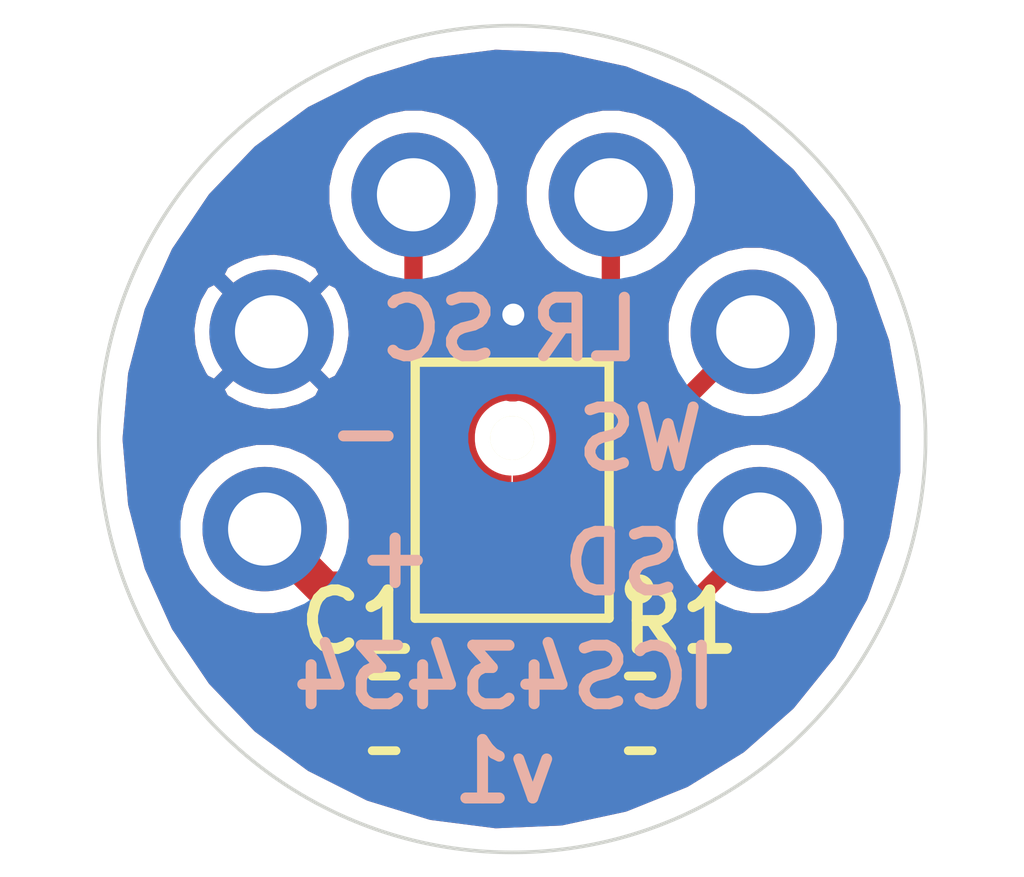
<source format=kicad_pcb>
(kicad_pcb (version 20171130) (host pcbnew 5.1.4+dfsg1-1)

  (general
    (thickness 1.6)
    (drawings 2)
    (tracks 22)
    (zones 0)
    (modules 9)
    (nets 7)
  )

  (page A4)
  (layers
    (0 F.Cu signal)
    (31 B.Cu signal)
    (32 B.Adhes user)
    (33 F.Adhes user)
    (34 B.Paste user)
    (35 F.Paste user)
    (36 B.SilkS user hide)
    (37 F.SilkS user hide)
    (38 B.Mask user)
    (39 F.Mask user)
    (40 Dwgs.User user)
    (41 Cmts.User user)
    (42 Eco1.User user)
    (43 Eco2.User user)
    (44 Edge.Cuts user)
    (45 Margin user)
    (46 B.CrtYd user)
    (47 F.CrtYd user hide)
    (48 B.Fab user)
    (49 F.Fab user hide)
  )

  (setup
    (last_trace_width 0.5)
    (user_trace_width 0.5)
    (trace_clearance 0.2)
    (zone_clearance 0.3)
    (zone_45_only no)
    (trace_min 0.2)
    (via_size 0.8)
    (via_drill 0.4)
    (via_min_size 0.4)
    (via_min_drill 0.3)
    (uvia_size 0.3)
    (uvia_drill 0.1)
    (uvias_allowed no)
    (uvia_min_size 0.2)
    (uvia_min_drill 0.1)
    (edge_width 0.05)
    (segment_width 0.2)
    (pcb_text_width 0.3)
    (pcb_text_size 1.5 1.5)
    (mod_edge_width 0.12)
    (mod_text_size 1 1)
    (mod_text_width 0.15)
    (pad_size 1.7 1.7)
    (pad_drill 1)
    (pad_to_mask_clearance 0.051)
    (solder_mask_min_width 0.25)
    (aux_axis_origin 0 0)
    (visible_elements 7FFFFF7F)
    (pcbplotparams
      (layerselection 0x010fc_ffffffff)
      (usegerberextensions false)
      (usegerberattributes false)
      (usegerberadvancedattributes false)
      (creategerberjobfile false)
      (excludeedgelayer true)
      (linewidth 0.100000)
      (plotframeref false)
      (viasonmask false)
      (mode 1)
      (useauxorigin false)
      (hpglpennumber 1)
      (hpglpenspeed 20)
      (hpglpendiameter 15.000000)
      (psnegative false)
      (psa4output false)
      (plotreference true)
      (plotvalue true)
      (plotinvisibletext false)
      (padsonsilk false)
      (subtractmaskfromsilk false)
      (outputformat 1)
      (mirror false)
      (drillshape 1)
      (scaleselection 1)
      (outputdirectory ""))
  )

  (net 0 "")
  (net 1 GND)
  (net 2 +3V3)
  (net 3 SCK)
  (net 4 SD)
  (net 5 WS)
  (net 6 LR)

  (net_class Default "Dies ist die voreingestellte Netzklasse."
    (clearance 0.2)
    (trace_width 0.25)
    (via_dia 0.8)
    (via_drill 0.4)
    (uvia_dia 0.3)
    (uvia_drill 0.1)
    (add_net +3V3)
    (add_net GND)
    (add_net LR)
    (add_net SCK)
    (add_net SD)
    (add_net WS)
  )

  (module Connector_PinHeader_2.54mm:PinHeader_1x01_P2.54mm_Vertical (layer F.Cu) (tedit 5E46F8CA) (tstamp 5E46F831)
    (at 98.5 96.5)
    (descr "Through hole straight pin header, 1x01, 2.54mm pitch, single row")
    (tags "Through hole pin header THT 1x01 2.54mm single row")
    (path /5E46FCE6)
    (fp_text reference TP2 (at 0 -2.33) (layer F.Fab)
      (effects (font (size 1 1) (thickness 0.15)))
    )
    (fp_text value SC (at 0.5 2) (layer B.SilkS)
      (effects (font (size 0.8 0.8) (thickness 0.15)) (justify mirror))
    )
    (fp_text user %R (at 0 0 90) (layer F.Fab)
      (effects (font (size 1 1) (thickness 0.15)))
    )
    (fp_line (start 1.8 -1.8) (end -1.8 -1.8) (layer F.CrtYd) (width 0.05))
    (fp_line (start 1.8 1.8) (end 1.8 -1.8) (layer F.CrtYd) (width 0.05))
    (fp_line (start -1.8 1.8) (end 1.8 1.8) (layer F.CrtYd) (width 0.05))
    (fp_line (start -1.8 -1.8) (end -1.8 1.8) (layer F.CrtYd) (width 0.05))
    (fp_line (start -1.27 -0.635) (end -0.635 -1.27) (layer F.Fab) (width 0.1))
    (fp_line (start -1.27 1.27) (end -1.27 -0.635) (layer F.Fab) (width 0.1))
    (fp_line (start 1.27 1.27) (end -1.27 1.27) (layer F.Fab) (width 0.1))
    (fp_line (start 1.27 -1.27) (end 1.27 1.27) (layer F.Fab) (width 0.1))
    (fp_line (start -0.635 -1.27) (end 1.27 -1.27) (layer F.Fab) (width 0.1))
    (pad 1 thru_hole circle (at 0.151416 0.162138) (size 1.7 1.7) (drill 1) (layers *.Cu *.Mask)
      (net 3 SCK))
    (model ${KISYS3DMOD}/Connector_PinHeader_2.54mm.3dshapes/PinHeader_1x01_P2.54mm_Vertical.wrl
      (at (xyz 0 0 0))
      (scale (xyz 1 1 1))
      (rotate (xyz 0 0 0))
    )
  )

  (module Connector_PinHeader_2.54mm:PinHeader_1x01_P2.54mm_Vertical (layer F.Cu) (tedit 5E46F882) (tstamp 5E46F81C)
    (at 96.617107 101.231273)
    (descr "Through hole straight pin header, 1x01, 2.54mm pitch, single row")
    (tags "Through hole pin header THT 1x01 2.54mm single row")
    (path /5E46F39E)
    (fp_text reference TP1 (at 0 -2.33) (layer F.Fab)
      (effects (font (size 1 1) (thickness 0.15)))
    )
    (fp_text value + (at 1.782893 0.368727) (layer B.SilkS)
      (effects (font (size 0.8 0.8) (thickness 0.15)) (justify mirror))
    )
    (fp_text user %R (at 0 0 90) (layer F.Fab)
      (effects (font (size 1 1) (thickness 0.15)))
    )
    (fp_line (start 1.8 -1.8) (end -1.8 -1.8) (layer F.CrtYd) (width 0.05))
    (fp_line (start 1.8 1.8) (end 1.8 -1.8) (layer F.CrtYd) (width 0.05))
    (fp_line (start -1.8 1.8) (end 1.8 1.8) (layer F.CrtYd) (width 0.05))
    (fp_line (start -1.8 -1.8) (end -1.8 1.8) (layer F.CrtYd) (width 0.05))
    (fp_line (start -1.27 -0.635) (end -0.635 -1.27) (layer F.Fab) (width 0.1))
    (fp_line (start -1.27 1.27) (end -1.27 -0.635) (layer F.Fab) (width 0.1))
    (fp_line (start 1.27 1.27) (end -1.27 1.27) (layer F.Fab) (width 0.1))
    (fp_line (start 1.27 -1.27) (end 1.27 1.27) (layer F.Fab) (width 0.1))
    (fp_line (start -0.635 -1.27) (end 1.27 -1.27) (layer F.Fab) (width 0.1))
    (pad 1 thru_hole circle (at 0 0) (size 1.7 1.7) (drill 1) (layers *.Cu *.Mask)
      (net 2 +3V3))
    (model ${KISYS3DMOD}/Connector_PinHeader_2.54mm.3dshapes/PinHeader_1x01_P2.54mm_Vertical.wrl
      (at (xyz 0 0 0))
      (scale (xyz 1 1 1))
      (rotate (xyz 0 0 0))
    )
  )

  (module Connector_PinHeader_2.54mm:PinHeader_1x01_P2.54mm_Vertical (layer F.Cu) (tedit 5E46F846) (tstamp 5E46F885)
    (at 96.711236 98.535748)
    (descr "Through hole straight pin header, 1x01, 2.54mm pitch, single row")
    (tags "Through hole pin header THT 1x01 2.54mm single row")
    (path /5E470608)
    (fp_text reference TP6 (at 0 -2.33) (layer F.Fab)
      (effects (font (size 1 1) (thickness 0.15)))
    )
    (fp_text value - (at 1.288764 1.364252) (layer B.SilkS)
      (effects (font (size 0.8 0.8) (thickness 0.15)) (justify mirror))
    )
    (fp_text user %R (at 0 0 90) (layer F.Fab)
      (effects (font (size 1 1) (thickness 0.15)))
    )
    (fp_line (start 1.8 -1.8) (end -1.8 -1.8) (layer F.CrtYd) (width 0.05))
    (fp_line (start 1.8 1.8) (end 1.8 -1.8) (layer F.CrtYd) (width 0.05))
    (fp_line (start -1.8 1.8) (end 1.8 1.8) (layer F.CrtYd) (width 0.05))
    (fp_line (start -1.8 -1.8) (end -1.8 1.8) (layer F.CrtYd) (width 0.05))
    (fp_line (start -1.27 -0.635) (end -0.635 -1.27) (layer F.Fab) (width 0.1))
    (fp_line (start -1.27 1.27) (end -1.27 -0.635) (layer F.Fab) (width 0.1))
    (fp_line (start 1.27 1.27) (end -1.27 1.27) (layer F.Fab) (width 0.1))
    (fp_line (start 1.27 -1.27) (end 1.27 1.27) (layer F.Fab) (width 0.1))
    (fp_line (start -0.635 -1.27) (end 1.27 -1.27) (layer F.Fab) (width 0.1))
    (pad 1 thru_hole circle (at 0 0) (size 1.7 1.7) (drill 1) (layers *.Cu *.Mask)
      (net 1 GND))
    (model ${KISYS3DMOD}/Connector_PinHeader_2.54mm.3dshapes/PinHeader_1x01_P2.54mm_Vertical.wrl
      (at (xyz 0 0 0))
      (scale (xyz 1 1 1))
      (rotate (xyz 0 0 0))
    )
  )

  (module Connector_PinHeader_2.54mm:PinHeader_1x01_P2.54mm_Vertical (layer F.Cu) (tedit 5E46F7FE) (tstamp 5E471250)
    (at 103.545308 100.625133)
    (descr "Through hole straight pin header, 1x01, 2.54mm pitch, single row")
    (tags "Through hole pin header THT 1x01 2.54mm single row")
    (path /5E4703FC)
    (fp_text reference TP5 (at 0 -2.33) (layer F.Fab)
      (effects (font (size 1 1) (thickness 0.15)))
    )
    (fp_text value SD (at -2.045308 1.074867) (layer B.SilkS)
      (effects (font (size 0.8 0.8) (thickness 0.15)) (justify mirror))
    )
    (fp_text user %R (at 0 0 90) (layer F.Fab)
      (effects (font (size 1 1) (thickness 0.15)))
    )
    (fp_line (start 1.8 -1.8) (end -1.8 -1.8) (layer F.CrtYd) (width 0.05))
    (fp_line (start 1.8 1.8) (end 1.8 -1.8) (layer F.CrtYd) (width 0.05))
    (fp_line (start -1.8 1.8) (end 1.8 1.8) (layer F.CrtYd) (width 0.05))
    (fp_line (start -1.8 -1.8) (end -1.8 1.8) (layer F.CrtYd) (width 0.05))
    (fp_line (start -1.27 -0.635) (end -0.635 -1.27) (layer F.Fab) (width 0.1))
    (fp_line (start -1.27 1.27) (end -1.27 -0.635) (layer F.Fab) (width 0.1))
    (fp_line (start 1.27 1.27) (end -1.27 1.27) (layer F.Fab) (width 0.1))
    (fp_line (start 1.27 -1.27) (end 1.27 1.27) (layer F.Fab) (width 0.1))
    (fp_line (start -0.635 -1.27) (end 1.27 -1.27) (layer F.Fab) (width 0.1))
    (pad 1 thru_hole circle (at -0.162415 0.60614) (size 1.7 1.7) (drill 1) (layers *.Cu *.Mask)
      (net 4 SD))
    (model ${KISYS3DMOD}/Connector_PinHeader_2.54mm.3dshapes/PinHeader_1x01_P2.54mm_Vertical.wrl
      (at (xyz 0 0 0))
      (scale (xyz 1 1 1))
      (rotate (xyz 0 0 0))
    )
  )

  (module Connector_PinHeader_2.54mm:PinHeader_1x01_P2.54mm_Vertical (layer F.Cu) (tedit 5E46F7BE) (tstamp 5E46F85B)
    (at 103.117691 98.2)
    (descr "Through hole straight pin header, 1x01, 2.54mm pitch, single row")
    (tags "Through hole pin header THT 1x01 2.54mm single row")
    (path /5E470217)
    (fp_text reference TP4 (at 0 -2.33) (layer F.Fab)
      (effects (font (size 1 1) (thickness 0.15)))
    )
    (fp_text value WS (at -1.367691 1.8) (layer B.SilkS)
      (effects (font (size 0.8 0.8) (thickness 0.15)) (justify mirror))
    )
    (fp_text user %R (at 0 0 90) (layer F.Fab)
      (effects (font (size 1 1) (thickness 0.15)))
    )
    (fp_line (start 1.8 -1.8) (end -1.8 -1.8) (layer F.CrtYd) (width 0.05))
    (fp_line (start 1.8 1.8) (end 1.8 -1.8) (layer F.CrtYd) (width 0.05))
    (fp_line (start -1.8 1.8) (end 1.8 1.8) (layer F.CrtYd) (width 0.05))
    (fp_line (start -1.8 -1.8) (end -1.8 1.8) (layer F.CrtYd) (width 0.05))
    (fp_line (start -1.27 -0.635) (end -0.635 -1.27) (layer F.Fab) (width 0.1))
    (fp_line (start -1.27 1.27) (end -1.27 -0.635) (layer F.Fab) (width 0.1))
    (fp_line (start 1.27 1.27) (end -1.27 1.27) (layer F.Fab) (width 0.1))
    (fp_line (start 1.27 -1.27) (end 1.27 1.27) (layer F.Fab) (width 0.1))
    (fp_line (start -0.635 -1.27) (end 1.27 -1.27) (layer F.Fab) (width 0.1))
    (pad 1 thru_hole circle (at 0.171073 0.335748) (size 1.7 1.7) (drill 1) (layers *.Cu *.Mask)
      (net 5 WS))
    (model ${KISYS3DMOD}/Connector_PinHeader_2.54mm.3dshapes/PinHeader_1x01_P2.54mm_Vertical.wrl
      (at (xyz 0 0 0))
      (scale (xyz 1 1 1))
      (rotate (xyz 0 0 0))
    )
  )

  (module Connector_PinHeader_2.54mm:PinHeader_1x01_P2.54mm_Vertical (layer F.Cu) (tedit 5E46F76F) (tstamp 5E46F846)
    (at 101.348584 96.662138)
    (descr "Through hole straight pin header, 1x01, 2.54mm pitch, single row")
    (tags "Through hole pin header THT 1x01 2.54mm single row")
    (path /5E46FFF5)
    (fp_text reference TP3 (at 0 -2.33) (layer F.Fab)
      (effects (font (size 1 1) (thickness 0.15)))
    )
    (fp_text value LR (at -0.348584 1.837862) (layer B.SilkS)
      (effects (font (size 0.8 0.8) (thickness 0.15)) (justify mirror))
    )
    (fp_text user %R (at 0 0 90) (layer F.Fab)
      (effects (font (size 1 1) (thickness 0.15)))
    )
    (fp_line (start 1.8 -1.8) (end -1.8 -1.8) (layer F.CrtYd) (width 0.05))
    (fp_line (start 1.8 1.8) (end 1.8 -1.8) (layer F.CrtYd) (width 0.05))
    (fp_line (start -1.8 1.8) (end 1.8 1.8) (layer F.CrtYd) (width 0.05))
    (fp_line (start -1.8 -1.8) (end -1.8 1.8) (layer F.CrtYd) (width 0.05))
    (fp_line (start -1.27 -0.635) (end -0.635 -1.27) (layer F.Fab) (width 0.1))
    (fp_line (start -1.27 1.27) (end -1.27 -0.635) (layer F.Fab) (width 0.1))
    (fp_line (start 1.27 1.27) (end -1.27 1.27) (layer F.Fab) (width 0.1))
    (fp_line (start 1.27 -1.27) (end 1.27 1.27) (layer F.Fab) (width 0.1))
    (fp_line (start -0.635 -1.27) (end 1.27 -1.27) (layer F.Fab) (width 0.1))
    (pad 1 thru_hole circle (at 0 0) (size 1.7 1.7) (drill 1) (layers *.Cu *.Mask)
      (net 6 LR))
    (model ${KISYS3DMOD}/Connector_PinHeader_2.54mm.3dshapes/PinHeader_1x01_P2.54mm_Vertical.wrl
      (at (xyz 0 0 0))
      (scale (xyz 1 1 1))
      (rotate (xyz 0 0 0))
    )
  )

  (module Resistor_SMD:R_0603_1608Metric (layer F.Cu) (tedit 5B301BBD) (tstamp 5E472681)
    (at 101.75 103.75)
    (descr "Resistor SMD 0603 (1608 Metric), square (rectangular) end terminal, IPC_7351 nominal, (Body size source: http://www.tortai-tech.com/upload/download/2011102023233369053.pdf), generated with kicad-footprint-generator")
    (tags resistor)
    (path /5DF53C74)
    (attr smd)
    (fp_text reference R1 (at 0.55 -1.25) (layer F.SilkS)
      (effects (font (size 0.8 0.8) (thickness 0.15)))
    )
    (fp_text value 100K (at 3.5052 -1.7018) (layer F.Fab) hide
      (effects (font (size 1 1) (thickness 0.15)))
    )
    (fp_text user %R (at 0 0) (layer F.Fab) hide
      (effects (font (size 0.4 0.4) (thickness 0.06)))
    )
    (fp_line (start 1.48 0.73) (end -1.48 0.73) (layer F.CrtYd) (width 0.05))
    (fp_line (start 1.48 -0.73) (end 1.48 0.73) (layer F.CrtYd) (width 0.05))
    (fp_line (start -1.48 -0.73) (end 1.48 -0.73) (layer F.CrtYd) (width 0.05))
    (fp_line (start -1.48 0.73) (end -1.48 -0.73) (layer F.CrtYd) (width 0.05))
    (fp_line (start -0.162779 0.51) (end 0.162779 0.51) (layer F.SilkS) (width 0.12))
    (fp_line (start -0.162779 -0.51) (end 0.162779 -0.51) (layer F.SilkS) (width 0.12))
    (fp_line (start 0.8 0.4) (end -0.8 0.4) (layer F.Fab) (width 0.1))
    (fp_line (start 0.8 -0.4) (end 0.8 0.4) (layer F.Fab) (width 0.1))
    (fp_line (start -0.8 -0.4) (end 0.8 -0.4) (layer F.Fab) (width 0.1))
    (fp_line (start -0.8 0.4) (end -0.8 -0.4) (layer F.Fab) (width 0.1))
    (pad 2 smd roundrect (at 0.7875 0) (size 0.875 0.95) (layers F.Cu F.Paste F.Mask) (roundrect_rratio 0.25)
      (net 1 GND))
    (pad 1 smd roundrect (at -0.7875 0) (size 0.875 0.95) (layers F.Cu F.Paste F.Mask) (roundrect_rratio 0.25)
      (net 4 SD))
    (model ${KISYS3DMOD}/Resistor_SMD.3dshapes/R_0603_1608Metric.wrl
      (at (xyz 0 0 0))
      (scale (xyz 1 1 1))
      (rotate (xyz 0 0 0))
    )
  )

  (module Capacitor_SMD:C_0603_1608Metric (layer F.Cu) (tedit 5B301BBE) (tstamp 5E47252F)
    (at 98.25 103.75 180)
    (descr "Capacitor SMD 0603 (1608 Metric), square (rectangular) end terminal, IPC_7351 nominal, (Body size source: http://www.tortai-tech.com/upload/download/2011102023233369053.pdf), generated with kicad-footprint-generator")
    (tags capacitor)
    (path /5DF5186C)
    (attr smd)
    (fp_text reference C1 (at 0.35 1.25) (layer F.SilkS)
      (effects (font (size 0.8 0.8) (thickness 0.15)))
    )
    (fp_text value 100nF (at 0.0508 -4.191) (layer F.Fab) hide
      (effects (font (size 1 1) (thickness 0.15)))
    )
    (fp_text user %R (at 0 0) (layer F.Fab) hide
      (effects (font (size 0.4 0.4) (thickness 0.06)))
    )
    (fp_line (start 1.48 0.73) (end -1.48 0.73) (layer F.CrtYd) (width 0.05))
    (fp_line (start 1.48 -0.73) (end 1.48 0.73) (layer F.CrtYd) (width 0.05))
    (fp_line (start -1.48 -0.73) (end 1.48 -0.73) (layer F.CrtYd) (width 0.05))
    (fp_line (start -1.48 0.73) (end -1.48 -0.73) (layer F.CrtYd) (width 0.05))
    (fp_line (start -0.162779 0.51) (end 0.162779 0.51) (layer F.SilkS) (width 0.12))
    (fp_line (start -0.162779 -0.51) (end 0.162779 -0.51) (layer F.SilkS) (width 0.12))
    (fp_line (start 0.8 0.4) (end -0.8 0.4) (layer F.Fab) (width 0.1))
    (fp_line (start 0.8 -0.4) (end 0.8 0.4) (layer F.Fab) (width 0.1))
    (fp_line (start -0.8 -0.4) (end 0.8 -0.4) (layer F.Fab) (width 0.1))
    (fp_line (start -0.8 0.4) (end -0.8 -0.4) (layer F.Fab) (width 0.1))
    (pad 2 smd roundrect (at 0.7875 0 180) (size 0.875 0.95) (layers F.Cu F.Paste F.Mask) (roundrect_rratio 0.25)
      (net 1 GND))
    (pad 1 smd roundrect (at -0.7875 0 180) (size 0.875 0.95) (layers F.Cu F.Paste F.Mask) (roundrect_rratio 0.25)
      (net 2 +3V3))
    (model ${KISYS3DMOD}/Capacitor_SMD.3dshapes/C_0603_1608Metric.wrl
      (at (xyz 0 0 0))
      (scale (xyz 1 1 1))
      (rotate (xyz 0 0 0))
    )
  )

  (module ICS-43434:MIC_ICS-43434 (layer F.Cu) (tedit 5DF55A95) (tstamp 5DF56135)
    (at 100 100.7 180)
    (path /5DF5096A)
    (attr smd)
    (fp_text reference MK1 (at -0.538612 -2.25913) (layer F.SilkS) hide
      (effects (font (size 0.320842 0.320842) (thickness 0.05)))
    )
    (fp_text value ICS-43434 (at -0.2286 2.0574) (layer F.SilkS) hide
      (effects (font (size 0.321513 0.321513) (thickness 0.05)))
    )
    (fp_circle (center 0 0.713) (end 0.665 0.713) (layer F.Mask) (width 0.5))
    (fp_poly (pts (xy -0.01 -0.1) (xy -0.01 0.2) (xy -0.02309 0.2) (xy -0.04924 0.20137)
      (xy -0.075283 0.204107) (xy -0.101146 0.208204) (xy -0.12676 0.213648) (xy -0.152053 0.220425)
      (xy -0.176958 0.228517) (xy -0.201405 0.237901) (xy -0.225327 0.248551) (xy -0.248658 0.260439)
      (xy -0.271336 0.273532) (xy -0.293298 0.287794) (xy -0.314483 0.303186) (xy -0.334833 0.319665)
      (xy -0.354293 0.337186) (xy -0.372809 0.355703) (xy -0.390331 0.375162) (xy -0.406811 0.395513)
      (xy -0.422203 0.416697) (xy -0.436465 0.438659) (xy -0.449558 0.461336) (xy -0.461446 0.484668)
      (xy -0.472097 0.50859) (xy -0.481481 0.533037) (xy -0.489573 0.557941) (xy -0.496351 0.583234)
      (xy -0.501795 0.608848) (xy -0.505892 0.634712) (xy -0.508629 0.660754) (xy -0.51 0.686904)
      (xy -0.51 0.7) (xy -0.51 0.72) (xy -0.51 0.733352) (xy -0.508602 0.760025)
      (xy -0.505811 0.786588) (xy -0.501632 0.812969) (xy -0.496079 0.839095) (xy -0.489166 0.864895)
      (xy -0.480913 0.890297) (xy -0.471341 0.915233) (xy -0.460478 0.939633) (xy -0.448352 0.963432)
      (xy -0.434997 0.986563) (xy -0.42045 1.00896) (xy -0.404751 1.03057) (xy -0.387942 1.05133)
      (xy -0.37007 1.07118) (xy -0.351183 1.09007) (xy -0.331334 1.10794) (xy -0.310577 1.12475)
      (xy -0.288969 1.14045) (xy -0.266568 1.15499) (xy -0.243437 1.16835) (xy -0.219639 1.18047)
      (xy -0.195238 1.19134) (xy -0.170303 1.20091) (xy -0.1449 1.20916) (xy -0.119101 1.21608)
      (xy -0.092975 1.22163) (xy -0.066594 1.22581) (xy -0.040031 1.2286) (xy -0.013358 1.23)
      (xy 0 1.23) (xy 0.01 1.23) (xy 0.02309 1.23) (xy 0.04924 1.22863)
      (xy 0.075283 1.22589) (xy 0.101146 1.2218) (xy 0.12676 1.21635) (xy 0.152053 1.20957)
      (xy 0.176958 1.20148) (xy 0.201405 1.1921) (xy 0.225327 1.18145) (xy 0.248658 1.16956)
      (xy 0.271336 1.15647) (xy 0.293298 1.14221) (xy 0.314483 1.12681) (xy 0.334833 1.11034)
      (xy 0.354293 1.09281) (xy 0.372809 1.0743) (xy 0.390331 1.05484) (xy 0.406811 1.03449)
      (xy 0.422203 1.0133) (xy 0.436465 0.991341) (xy 0.449558 0.968664) (xy 0.461446 0.945332)
      (xy 0.472097 0.92141) (xy 0.481481 0.896963) (xy 0.489573 0.872059) (xy 0.496351 0.846766)
      (xy 0.501795 0.821152) (xy 0.505892 0.795288) (xy 0.508629 0.769246) (xy 0.51 0.743096)
      (xy 0.51 0.73) (xy 0.51 0.7) (xy 0.51 0.68691) (xy 0.50863 0.66076)
      (xy 0.505893 0.634718) (xy 0.501796 0.608854) (xy 0.496352 0.58324) (xy 0.489575 0.557947)
      (xy 0.481483 0.533042) (xy 0.472099 0.508595) (xy 0.461449 0.484673) (xy 0.449561 0.461342)
      (xy 0.436468 0.438664) (xy 0.422206 0.416702) (xy 0.406814 0.395517) (xy 0.390335 0.375167)
      (xy 0.372814 0.355707) (xy 0.354297 0.337191) (xy 0.334838 0.319669) (xy 0.314487 0.303189)
      (xy 0.293303 0.287797) (xy 0.271341 0.273535) (xy 0.248664 0.260442) (xy 0.225332 0.248554)
      (xy 0.20141 0.237903) (xy 0.176963 0.228519) (xy 0.152059 0.220427) (xy 0.126766 0.213649)
      (xy 0.101152 0.208205) (xy 0.075288 0.204108) (xy 0.049246 0.201371) (xy 0.023096 0.2)
      (xy 0.01 0.2) (xy 0.01 -0.1) (xy 0.02 -0.1) (xy 0.040682 -0.1)
      (xy 0.081999 -0.097835) (xy 0.123146 -0.09351) (xy 0.164011 -0.087038) (xy 0.20448 -0.078437)
      (xy 0.244444 -0.067729) (xy 0.283793 -0.054944) (xy 0.322419 -0.040117) (xy 0.360216 -0.023289)
      (xy 0.39708 -0.004506) (xy 0.432911 0.016181) (xy 0.46761 0.038715) (xy 0.501083 0.063033)
      (xy 0.533236 0.08907) (xy 0.563983 0.116755) (xy 0.593239 0.14601) (xy 0.620923 0.176757)
      (xy 0.646961 0.20891) (xy 0.67128 0.242382) (xy 0.693814 0.277081) (xy 0.714501 0.312911)
      (xy 0.733285 0.349775) (xy 0.750113 0.387572) (xy 0.76494 0.426198) (xy 0.777726 0.465546)
      (xy 0.788434 0.50551) (xy 0.797037 0.54598) (xy 0.803509 0.586844) (xy 0.807834 0.627991)
      (xy 0.81 0.669308) (xy 0.81 0.69) (xy 0.81 0.72) (xy 0.81 0.741206)
      (xy 0.80778 0.783569) (xy 0.803346 0.825758) (xy 0.79671 0.867657) (xy 0.787891 0.909151)
      (xy 0.776911 0.950127) (xy 0.763803 0.990472) (xy 0.748601 1.03008) (xy 0.731347 1.06883)
      (xy 0.712088 1.10663) (xy 0.690878 1.14336) (xy 0.667774 1.17894) (xy 0.642839 1.21326)
      (xy 0.616143 1.24623) (xy 0.587758 1.27775) (xy 0.557762 1.30775) (xy 0.526237 1.33614)
      (xy 0.49327 1.36283) (xy 0.45895 1.38777) (xy 0.423373 1.41087) (xy 0.386635 1.43208)
      (xy 0.348838 1.45134) (xy 0.310084 1.4686) (xy 0.270481 1.4838) (xy 0.230136 1.49691)
      (xy 0.18916 1.50789) (xy 0.147666 1.51671) (xy 0.105767 1.52334) (xy 0.063578 1.52778)
      (xy 0.021215 1.53) (xy 0 1.53) (xy -0.01 1.53) (xy -0.030944 1.53)
      (xy -0.072784 1.52781) (xy -0.114452 1.52343) (xy -0.155834 1.51687) (xy -0.196816 1.50816)
      (xy -0.237286 1.49732) (xy -0.277132 1.48437) (xy -0.316247 1.46936) (xy -0.354523 1.45232)
      (xy -0.391854 1.4333) (xy -0.428138 1.41235) (xy -0.463276 1.38953) (xy -0.497172 1.3649)
      (xy -0.529733 1.33854) (xy -0.560869 1.3105) (xy -0.590495 1.28088) (xy -0.61853 1.24974)
      (xy -0.644897 1.21718) (xy -0.669524 1.18328) (xy -0.692343 1.14815) (xy -0.713292 1.11186)
      (xy -0.732314 1.07453) (xy -0.749355 1.03626) (xy -0.76437 0.997141) (xy -0.777317 0.957295)
      (xy -0.788161 0.916825) (xy -0.796873 0.875843) (xy -0.803427 0.834461) (xy -0.807807 0.792794)
      (xy -0.81 0.750954) (xy -0.81 0.73) (xy -0.81 0.7) (xy -0.81 0.679056)
      (xy -0.807808 0.637216) (xy -0.803428 0.595548) (xy -0.796874 0.554166) (xy -0.788164 0.513184)
      (xy -0.77732 0.472714) (xy -0.764373 0.432868) (xy -0.749359 0.393753) (xy -0.732318 0.355477)
      (xy -0.713297 0.318146) (xy -0.692348 0.281862) (xy -0.66953 0.246724) (xy -0.644903 0.212828)
      (xy -0.618536 0.180267) (xy -0.590502 0.149131) (xy -0.560876 0.119505) (xy -0.52974 0.09147)
      (xy -0.49718 0.065103) (xy -0.463284 0.040476) (xy -0.428146 0.017657) (xy -0.391862 -0.003292)
      (xy -0.354531 -0.022314) (xy -0.316256 -0.039355) (xy -0.277141 -0.05437) (xy -0.237295 -0.067317)
      (xy -0.196825 -0.078161) (xy -0.155843 -0.086873) (xy -0.114461 -0.093427) (xy -0.072794 -0.097807)
      (xy -0.030954 -0.1)) (layer F.Cu) (width 0.001))
    (fp_poly (pts (xy 0.25 -1.572) (xy 0.25 -1.15) (xy -0.25 -1.15) (xy -0.25 -1.572)) (layer F.Paste) (width 0.001))
    (fp_circle (center -1.7375 -1.35) (end -1.6375 -1.35) (layer F.SilkS) (width 0.2))
    (fp_line (start -1.575 -2) (end 1.575 -2) (layer Eco1.User) (width 0.05))
    (fp_line (start -1.575 2.003) (end -1.575 -2) (layer Eco1.User) (width 0.05))
    (fp_line (start 1.575 2.003) (end -1.575 2.003) (layer Eco1.User) (width 0.05))
    (fp_line (start 1.575 -2) (end 1.575 2.003) (layer Eco1.User) (width 0.05))
    (fp_line (start 1.325 1.75) (end 1.325 -1.75) (layer F.SilkS) (width 0.127))
    (fp_line (start -1.325 1.75) (end 1.325 1.75) (layer F.SilkS) (width 0.127))
    (fp_line (start -1.325 -1.75) (end -1.325 1.75) (layer F.SilkS) (width 0.127))
    (fp_line (start 1.325 -1.75) (end -1.325 -1.75) (layer F.SilkS) (width 0.127))
    (fp_line (start -1.325 -1.747) (end 1.325 -1.747) (layer Eco2.User) (width 0.127))
    (fp_line (start -1.325 1.753) (end -1.325 -1.747) (layer Eco2.User) (width 0.127))
    (fp_line (start 1.325 1.753) (end -1.325 1.753) (layer Eco2.User) (width 0.127))
    (fp_line (start 1.325 -1.747) (end 1.325 1.753) (layer Eco2.User) (width 0.127))
    (fp_poly (pts (xy 0.51 0.763) (xy 0.509178 0.772456) (xy 0.506018 0.795931) (xy 0.50177 0.819234)
      (xy 0.496441 0.842313) (xy 0.490045 0.865119) (xy 0.482595 0.887604) (xy 0.474106 0.909717)
      (xy 0.464598 0.931411) (xy 0.454091 0.95264) (xy 0.442608 0.973357) (xy 0.430173 0.993517)
      (xy 0.416814 1.01308) (xy 0.402559 1.03199) (xy 0.38744 1.05023) (xy 0.371488 1.06774)
      (xy 0.35474 1.08449) (xy 0.33723 1.10044) (xy 0.318997 1.11556) (xy 0.30008 1.12981)
      (xy 0.28052 1.14317) (xy 0.26036 1.15561) (xy 0.239644 1.16709) (xy 0.218415 1.1776)
      (xy 0.196721 1.1871) (xy 0.174608 1.19559) (xy 0.152124 1.20304) (xy 0.129317 1.20944)
      (xy 0.106238 1.21477) (xy 0.082936 1.21902) (xy 0.059461 1.22218) (xy 0.05 1.223)
      (xy 0.05 1.523) (xy 0.068957 1.52201) (xy 0.108048 1.51804) (xy 0.146898 1.51216)
      (xy 0.185415 1.50439) (xy 0.223507 1.49476) (xy 0.261082 1.48327) (xy 0.298051 1.46996)
      (xy 0.334326 1.45486) (xy 0.36982 1.43801) (xy 0.404449 1.41944) (xy 0.438129 1.3992)
      (xy 0.47078 1.37734) (xy 0.502324 1.35392) (xy 0.532687 1.32898) (xy 0.561795 1.30258)
      (xy 0.589579 1.2748) (xy 0.615972 1.24569) (xy 0.640912 1.21533) (xy 0.664339 1.18379)
      (xy 0.686197 1.15114) (xy 0.706435 1.11746) (xy 0.725002 1.08283) (xy 0.741856 1.04733)
      (xy 0.756956 1.01106) (xy 0.770266 0.974089) (xy 0.781754 0.936514) (xy 0.791393 0.898423)
      (xy 0.79916 0.859906) (xy 0.805035 0.821055) (xy 0.809006 0.781965) (xy 0.81 0.763)) (layer F.Paste) (width 0.001))
    (fp_poly (pts (xy -0.05 1.223) (xy -0.059457 1.22218) (xy -0.082931 1.21902) (xy -0.106234 1.21477)
      (xy -0.129313 1.20944) (xy -0.152119 1.20305) (xy -0.174604 1.19559) (xy -0.196717 1.18711)
      (xy -0.218411 1.1776) (xy -0.23964 1.16709) (xy -0.260357 1.15561) (xy -0.280517 1.14317)
      (xy -0.300076 1.12981) (xy -0.318993 1.11556) (xy -0.337226 1.10044) (xy -0.354736 1.08449)
      (xy -0.371485 1.06774) (xy -0.387437 1.05023) (xy -0.402557 1.032) (xy -0.416811 1.01308)
      (xy -0.430171 0.99352) (xy -0.442606 0.97336) (xy -0.454089 0.952644) (xy -0.464597 0.931415)
      (xy -0.474105 0.909721) (xy -0.482593 0.887608) (xy -0.490044 0.865124) (xy -0.49644 0.842317)
      (xy -0.501769 0.819238) (xy -0.506018 0.795935) (xy -0.509178 0.772461) (xy -0.51 0.763)
      (xy -0.81 0.763) (xy -0.809007 0.781957) (xy -0.805036 0.821048) (xy -0.799161 0.859898)
      (xy -0.791395 0.898415) (xy -0.781756 0.936507) (xy -0.770269 0.974082) (xy -0.756959 1.01105)
      (xy -0.741859 1.04733) (xy -0.725006 1.08282) (xy -0.706438 1.11745) (xy -0.686202 1.15113)
      (xy -0.664344 1.18378) (xy -0.640917 1.21532) (xy -0.615977 1.24569) (xy -0.589584 1.27479)
      (xy -0.5618 1.30258) (xy -0.532693 1.32897) (xy -0.502331 1.35391) (xy -0.470786 1.37734)
      (xy -0.438135 1.3992) (xy -0.404455 1.41943) (xy -0.369827 1.438) (xy -0.334333 1.45486)
      (xy -0.298059 1.46996) (xy -0.261089 1.48327) (xy -0.223514 1.49475) (xy -0.185423 1.50439)
      (xy -0.146906 1.51216) (xy -0.108055 1.51804) (xy -0.068965 1.52201) (xy -0.05 1.523)) (layer F.Paste) (width 0.001))
    (fp_poly (pts (xy -0.51 0.663) (xy -0.509178 0.653544) (xy -0.506018 0.630069) (xy -0.50177 0.606766)
      (xy -0.496441 0.583687) (xy -0.490045 0.560881) (xy -0.482595 0.538396) (xy -0.474106 0.516283)
      (xy -0.464598 0.494589) (xy -0.454091 0.47336) (xy -0.442608 0.452643) (xy -0.430173 0.432483)
      (xy -0.416814 0.412924) (xy -0.402559 0.394007) (xy -0.38744 0.375774) (xy -0.371488 0.358264)
      (xy -0.35474 0.341515) (xy -0.33723 0.325563) (xy -0.318997 0.310443) (xy -0.30008 0.296189)
      (xy -0.28052 0.282829) (xy -0.26036 0.270394) (xy -0.239644 0.258911) (xy -0.218415 0.248403)
      (xy -0.196721 0.238895) (xy -0.174608 0.230407) (xy -0.152124 0.222956) (xy -0.129317 0.21656)
      (xy -0.106238 0.211231) (xy -0.082936 0.206982) (xy -0.059461 0.203822) (xy -0.05 0.203)
      (xy -0.05 -0.097) (xy -0.068957 -0.096007) (xy -0.108048 -0.092036) (xy -0.146898 -0.086161)
      (xy -0.185415 -0.078395) (xy -0.223507 -0.068756) (xy -0.261082 -0.057269) (xy -0.298051 -0.043959)
      (xy -0.334326 -0.028859) (xy -0.36982 -0.012006) (xy -0.404449 0.006562) (xy -0.438129 0.026798)
      (xy -0.47078 0.048656) (xy -0.502324 0.072083) (xy -0.532687 0.097023) (xy -0.561795 0.123416)
      (xy -0.589579 0.1512) (xy -0.615972 0.180307) (xy -0.640912 0.210669) (xy -0.664339 0.242214)
      (xy -0.686197 0.274865) (xy -0.706435 0.308545) (xy -0.725002 0.343173) (xy -0.741856 0.378667)
      (xy -0.756956 0.414941) (xy -0.770266 0.451911) (xy -0.781754 0.489486) (xy -0.791393 0.527577)
      (xy -0.79916 0.566094) (xy -0.805035 0.604945) (xy -0.809006 0.644035) (xy -0.81 0.663)) (layer F.Paste) (width 0.001))
    (fp_poly (pts (xy 0.05 0.203) (xy 0.059457 0.203822) (xy 0.082931 0.206982) (xy 0.106234 0.21123)
      (xy 0.129313 0.216559) (xy 0.152119 0.222955) (xy 0.174604 0.230405) (xy 0.196717 0.238894)
      (xy 0.218411 0.248402) (xy 0.23964 0.258909) (xy 0.260357 0.270392) (xy 0.280517 0.282827)
      (xy 0.300076 0.296186) (xy 0.318993 0.310441) (xy 0.337226 0.32556) (xy 0.354736 0.341512)
      (xy 0.371485 0.35826) (xy 0.387437 0.37577) (xy 0.402557 0.394003) (xy 0.416811 0.41292)
      (xy 0.430171 0.43248) (xy 0.442606 0.45264) (xy 0.454089 0.473356) (xy 0.464597 0.494585)
      (xy 0.474105 0.516279) (xy 0.482593 0.538392) (xy 0.490044 0.560876) (xy 0.49644 0.583683)
      (xy 0.501769 0.606762) (xy 0.506018 0.630065) (xy 0.509178 0.653539) (xy 0.51 0.663)
      (xy 0.81 0.663) (xy 0.809007 0.644043) (xy 0.805036 0.604952) (xy 0.799161 0.566102)
      (xy 0.791395 0.527585) (xy 0.781756 0.489493) (xy 0.770269 0.451918) (xy 0.756959 0.414949)
      (xy 0.741859 0.378674) (xy 0.725006 0.34318) (xy 0.706438 0.308551) (xy 0.686202 0.274871)
      (xy 0.664344 0.24222) (xy 0.640917 0.210676) (xy 0.615977 0.180313) (xy 0.589584 0.151205)
      (xy 0.5618 0.123421) (xy 0.532693 0.097028) (xy 0.502331 0.072088) (xy 0.470786 0.048661)
      (xy 0.438135 0.026803) (xy 0.404455 0.006565) (xy 0.369827 -0.012002) (xy 0.334333 -0.028856)
      (xy 0.298059 -0.043956) (xy 0.261089 -0.057266) (xy 0.223514 -0.068754) (xy 0.185423 -0.078393)
      (xy 0.146906 -0.08616) (xy 0.108055 -0.092035) (xy 0.068965 -0.096006) (xy 0.05 -0.097)) (layer F.Paste) (width 0.001))
    (fp_poly (pts (xy -0.65 -0.75) (xy -0.65 -0.328) (xy -1.15 -0.328) (xy -1.15 -0.75)) (layer F.Paste) (width 0.001))
    (fp_poly (pts (xy -0.65 -1.572) (xy -0.65 -1.15) (xy -1.15 -1.15) (xy -1.15 -1.572)) (layer F.Paste) (width 0.001))
    (fp_poly (pts (xy 1.15 -0.75) (xy 1.15 -0.328) (xy 0.65 -0.328) (xy 0.65 -0.75)) (layer F.Paste) (width 0.001))
    (fp_poly (pts (xy 1.15 -1.572) (xy 1.15 -1.15) (xy 0.65 -1.15) (xy 0.65 -1.572)) (layer F.Paste) (width 0.001))
    (pad "" np_thru_hole circle (at 0 0.713 180) (size 0.6 0.6) (drill 0.6) (layers *.Cu *.Mask F.SilkS))
    (pad 6 smd rect (at 0 -1.361 180) (size 0.6 0.522) (layers F.Cu F.Paste F.Mask)
      (net 4 SD))
    (pad 5 smd rect (at 0.9 -1.361 180) (size 0.6 0.522) (layers F.Cu F.Paste F.Mask)
      (net 2 +3V3))
    (pad 4 smd rect (at 0.9 -0.539 180) (size 0.6 0.522) (layers F.Cu F.Paste F.Mask)
      (net 3 SCK))
    (pad 3 smd rect (at -0.0155 1.383 180) (size 0.1 0.1) (layers F.Cu F.Paste F.Mask)
      (net 1 GND))
    (pad 2 smd rect (at -0.9 -0.539 180) (size 0.6 0.522) (layers F.Cu F.Paste F.Mask)
      (net 6 LR))
    (pad 1 smd rect (at -0.9 -1.361 180) (size 0.6 0.522) (layers F.Cu F.Paste F.Mask)
      (net 5 WS))
  )

  (gr_text "ICS43434\nv1" (at 99.9 103.9) (layer B.SilkS)
    (effects (font (size 0.8 0.8) (thickness 0.15)) (justify mirror))
  )
  (gr_circle (center 100 100) (end 105.65 100) (layer Edge.Cuts) (width 0.05))

  (segment (start 100 99.236999) (end 100.0155 99.236999) (width 0.5) (layer F.Cu) (net 1))
  (segment (start 100 99.231) (end 100 99.236999) (width 0.5) (layer F.Cu) (net 1))
  (segment (start 100.0155 99.2155) (end 100 99.231) (width 0.5) (layer F.Cu) (net 1))
  (via (at 100.0155 98.3) (size 0.6) (drill 0.3) (layers F.Cu B.Cu) (net 1))
  (segment (start 100.0155 98.3) (end 100.0155 99.236999) (width 0.5) (layer F.Cu) (net 1))
  (segment (start 97.446834 102.061) (end 99.1 102.061) (width 0.5) (layer F.Cu) (net 2))
  (segment (start 96.617107 101.231273) (end 97.446834 102.061) (width 0.5) (layer F.Cu) (net 2))
  (segment (start 99.1 103.6875) (end 99.0375 103.75) (width 0.5) (layer F.Cu) (net 2))
  (segment (start 99.1 102.061) (end 99.1 103.6875) (width 0.5) (layer F.Cu) (net 2))
  (segment (start 99.1 101.239) (end 99.061 101.239) (width 0.25) (layer F.Cu) (net 3))
  (segment (start 98.651416 100.790416) (end 99.1 101.239) (width 0.25) (layer F.Cu) (net 3))
  (segment (start 98.651416 96.662138) (end 98.651416 100.790416) (width 0.25) (layer F.Cu) (net 3))
  (segment (start 100 102.7875) (end 100.9625 103.75) (width 0.25) (layer F.Cu) (net 4))
  (segment (start 100 102.061) (end 100 102.7875) (width 0.25) (layer F.Cu) (net 4))
  (segment (start 103.382893 101.329607) (end 103.382893 101.231273) (width 0.25) (layer F.Cu) (net 4))
  (segment (start 100.9625 103.75) (end 103.382893 101.329607) (width 0.25) (layer F.Cu) (net 4))
  (segment (start 100.9 102.061) (end 101.45 102.061) (width 0.25) (layer F.Cu) (net 5))
  (segment (start 102.0555 99.769012) (end 102.0555 101.4555) (width 0.25) (layer F.Cu) (net 5))
  (segment (start 103.288764 98.535748) (end 102.0555 99.769012) (width 0.25) (layer F.Cu) (net 5))
  (segment (start 101.45 102.061) (end 102.0555 101.4555) (width 0.25) (layer F.Cu) (net 5))
  (segment (start 101.348584 100.790416) (end 100.9 101.239) (width 0.25) (layer F.Cu) (net 6))
  (segment (start 101.348584 96.662138) (end 101.348584 100.790416) (width 0.25) (layer F.Cu) (net 6))

  (zone (net 1) (net_name GND) (layer F.Cu) (tstamp 0) (hatch edge 0.508)
    (connect_pads thru_hole_only (clearance 0.3))
    (min_thickness 0.2)
    (fill yes (arc_segments 32) (thermal_gap 0.2) (thermal_bridge_width 0.21))
    (polygon
      (pts
        (xy 93 94) (xy 107 94) (xy 107 106) (xy 93 106)
      )
    )
    (filled_polygon
      (pts
        (xy 100.663668 94.81732) (xy 101.529999 95.004029) (xy 102.352315 95.334462) (xy 103.106958 95.799115) (xy 103.772221 96.384619)
        (xy 104.328963 97.074132) (xy 104.761169 97.847816) (xy 105.056405 98.683415) (xy 105.206177 99.556889) (xy 105.206177 100.443111)
        (xy 105.056405 101.316585) (xy 104.761169 102.152184) (xy 104.328963 102.925868) (xy 103.772221 103.615381) (xy 103.106958 104.200885)
        (xy 102.352315 104.665538) (xy 101.529999 104.995971) (xy 100.663668 105.18268) (xy 99.778245 105.220292) (xy 98.899201 105.107726)
        (xy 98.051825 104.84822) (xy 97.260494 104.44924) (xy 96.547975 103.922263) (xy 95.934763 103.282449) (xy 95.438501 102.548206)
        (xy 95.073465 101.740655) (xy 94.908777 101.108159) (xy 95.367107 101.108159) (xy 95.367107 101.354387) (xy 95.415144 101.595884)
        (xy 95.509372 101.82337) (xy 95.646169 102.028101) (xy 95.820279 102.202211) (xy 96.02501 102.339008) (xy 96.252496 102.433236)
        (xy 96.493993 102.481273) (xy 96.740221 102.481273) (xy 96.913417 102.446822) (xy 96.964638 102.498043) (xy 96.984991 102.522843)
        (xy 97.009791 102.543196) (xy 97.009793 102.543198) (xy 97.016111 102.548383) (xy 97.083966 102.60407) (xy 97.196886 102.664427)
        (xy 97.319412 102.701595) (xy 97.414902 102.711) (xy 97.414912 102.711) (xy 97.446833 102.714144) (xy 97.478754 102.711)
        (xy 98.45 102.711) (xy 98.450001 102.997296) (xy 98.379859 103.054859) (xy 98.302669 103.148916) (xy 98.245312 103.256224)
        (xy 98.209991 103.37266) (xy 98.198065 103.49375) (xy 98.198065 104.00625) (xy 98.209991 104.12734) (xy 98.245312 104.243776)
        (xy 98.302669 104.351084) (xy 98.379859 104.445141) (xy 98.473916 104.522331) (xy 98.581224 104.579688) (xy 98.69766 104.615009)
        (xy 98.81875 104.626935) (xy 99.25625 104.626935) (xy 99.37734 104.615009) (xy 99.493776 104.579688) (xy 99.601084 104.522331)
        (xy 99.695141 104.445141) (xy 99.772331 104.351084) (xy 99.829688 104.243776) (xy 99.865009 104.12734) (xy 99.876935 104.00625)
        (xy 99.876935 103.49375) (xy 99.867446 103.397408) (xy 100.123065 103.653027) (xy 100.123065 104.00625) (xy 100.134991 104.12734)
        (xy 100.170312 104.243776) (xy 100.227669 104.351084) (xy 100.304859 104.445141) (xy 100.398916 104.522331) (xy 100.506224 104.579688)
        (xy 100.62266 104.615009) (xy 100.74375 104.626935) (xy 101.18125 104.626935) (xy 101.30234 104.615009) (xy 101.418776 104.579688)
        (xy 101.526084 104.522331) (xy 101.620141 104.445141) (xy 101.697331 104.351084) (xy 101.754688 104.243776) (xy 101.790009 104.12734)
        (xy 101.801935 104.00625) (xy 101.801935 103.653026) (xy 103.021154 102.433807) (xy 103.259779 102.481273) (xy 103.506007 102.481273)
        (xy 103.747504 102.433236) (xy 103.97499 102.339008) (xy 104.179721 102.202211) (xy 104.353831 102.028101) (xy 104.490628 101.82337)
        (xy 104.584856 101.595884) (xy 104.632893 101.354387) (xy 104.632893 101.108159) (xy 104.584856 100.866662) (xy 104.490628 100.639176)
        (xy 104.353831 100.434445) (xy 104.179721 100.260335) (xy 103.97499 100.123538) (xy 103.747504 100.02931) (xy 103.506007 99.981273)
        (xy 103.259779 99.981273) (xy 103.018282 100.02931) (xy 102.790796 100.123538) (xy 102.586065 100.260335) (xy 102.5805 100.2659)
        (xy 102.5805 99.986473) (xy 102.857055 99.709918) (xy 102.924153 99.737711) (xy 103.16565 99.785748) (xy 103.411878 99.785748)
        (xy 103.653375 99.737711) (xy 103.880861 99.643483) (xy 104.085592 99.506686) (xy 104.259702 99.332576) (xy 104.396499 99.127845)
        (xy 104.490727 98.900359) (xy 104.538764 98.658862) (xy 104.538764 98.412634) (xy 104.490727 98.171137) (xy 104.396499 97.943651)
        (xy 104.259702 97.73892) (xy 104.085592 97.56481) (xy 103.880861 97.428013) (xy 103.653375 97.333785) (xy 103.411878 97.285748)
        (xy 103.16565 97.285748) (xy 102.924153 97.333785) (xy 102.696667 97.428013) (xy 102.491936 97.56481) (xy 102.317826 97.73892)
        (xy 102.181029 97.943651) (xy 102.086801 98.171137) (xy 102.038764 98.412634) (xy 102.038764 98.658862) (xy 102.086801 98.900359)
        (xy 102.114594 98.967457) (xy 101.873584 99.208467) (xy 101.873584 97.797666) (xy 101.940681 97.769873) (xy 102.145412 97.633076)
        (xy 102.319522 97.458966) (xy 102.456319 97.254235) (xy 102.550547 97.026749) (xy 102.598584 96.785252) (xy 102.598584 96.539024)
        (xy 102.550547 96.297527) (xy 102.456319 96.070041) (xy 102.319522 95.86531) (xy 102.145412 95.6912) (xy 101.940681 95.554403)
        (xy 101.713195 95.460175) (xy 101.471698 95.412138) (xy 101.22547 95.412138) (xy 100.983973 95.460175) (xy 100.756487 95.554403)
        (xy 100.551756 95.6912) (xy 100.377646 95.86531) (xy 100.240849 96.070041) (xy 100.146621 96.297527) (xy 100.098584 96.539024)
        (xy 100.098584 96.785252) (xy 100.146621 97.026749) (xy 100.240849 97.254235) (xy 100.377646 97.458966) (xy 100.551756 97.633076)
        (xy 100.756487 97.769873) (xy 100.823584 97.797666) (xy 100.823585 99.087123) (xy 100.797746 99.063854) (xy 100.7915 99.059248)
        (xy 100.786055 99.053728) (xy 100.781734 99.050179) (xy 100.749172 99.023819) (xy 100.742768 99.019598) (xy 100.737101 99.014422)
        (xy 100.7326 99.011103) (xy 100.698703 98.986473) (xy 100.692046 98.982567) (xy 100.68608 98.977666) (xy 100.681412 98.974587)
        (xy 100.646273 98.951767) (xy 100.639427 98.948218) (xy 100.633222 98.943643) (xy 100.628398 98.940813) (xy 100.592114 98.919863)
        (xy 100.585084 98.916673) (xy 100.578634 98.912421) (xy 100.573669 98.909848) (xy 100.536338 98.890828) (xy 100.529156 98.888014)
        (xy 100.522502 98.88411) (xy 100.517409 98.8818) (xy 100.479132 98.864759) (xy 100.471801 98.862321) (xy 100.46494 98.858765)
        (xy 100.459733 98.856726) (xy 100.420618 98.841716) (xy 100.413218 98.839678) (xy 100.406228 98.836507) (xy 100.400922 98.834741)
        (xy 100.361075 98.821791) (xy 100.353511 98.820127) (xy 100.3463 98.817302) (xy 100.340909 98.815817) (xy 100.300438 98.804977)
        (xy 100.292839 98.80372) (xy 100.285537 98.801291) (xy 100.280075 98.80009) (xy 100.239094 98.79138) (xy 100.231463 98.790524)
        (xy 100.224057 98.788483) (xy 100.21854 98.787569) (xy 100.177157 98.781009) (xy 100.169432 98.780549) (xy 100.161878 98.778888)
        (xy 100.156321 98.778265) (xy 100.114653 98.773884) (xy 100.10692 98.77383) (xy 100.0993 98.772569) (xy 100.093718 98.772237)
        (xy 100.051878 98.770048) (xy 100.04419 98.770398) (xy 100.036536 98.769539) (xy 100.030944 98.7695) (xy 99.978785 98.7695)
        (xy 99.971111 98.770252) (xy 99.963412 98.769795) (xy 99.957826 98.770049) (xy 99.915463 98.772269) (xy 99.907812 98.773426)
        (xy 99.90007 98.773373) (xy 99.894505 98.77392) (xy 99.852316 98.77836) (xy 99.84482 98.7799) (xy 99.837167 98.780246)
        (xy 99.831637 98.781082) (xy 99.789739 98.787712) (xy 99.782246 98.789663) (xy 99.774542 98.790418) (xy 99.769064 98.791542)
        (xy 99.72757 98.800362) (xy 99.720218 98.802694) (xy 99.71259 98.803848) (xy 99.707179 98.805258) (xy 99.666202 98.816238)
        (xy 99.658979 98.818953) (xy 99.651424 98.820504) (xy 99.646094 98.822195) (xy 99.605748 98.835305) (xy 99.598693 98.838387)
        (xy 99.591245 98.840327) (xy 99.586011 98.842294) (xy 99.546407 98.857494) (xy 99.53948 98.860962) (xy 99.532098 98.863305)
        (xy 99.526974 98.865545) (xy 99.48822 98.882805) (xy 99.481534 98.886604) (xy 99.474328 98.889313) (xy 99.469328 98.891818)
        (xy 99.431531 98.911077) (xy 99.42504 98.915229) (xy 99.417982 98.918312) (xy 99.41312 98.921074) (xy 99.376382 98.942284)
        (xy 99.370121 98.946767) (xy 99.363237 98.950213) (xy 99.358526 98.953225) (xy 99.322948 98.976325) (xy 99.316888 98.981162)
        (xy 99.310158 98.984986) (xy 99.305611 98.988241) (xy 99.271291 99.013181) (xy 99.265556 99.018274) (xy 99.259093 99.022406)
        (xy 99.254722 99.025894) (xy 99.221755 99.052585) (xy 99.216234 99.058028) (xy 99.209933 99.06254) (xy 99.205751 99.066253)
        (xy 99.176416 99.092671) (xy 99.176416 97.797666) (xy 99.243513 97.769873) (xy 99.448244 97.633076) (xy 99.622354 97.458966)
        (xy 99.759151 97.254235) (xy 99.853379 97.026749) (xy 99.901416 96.785252) (xy 99.901416 96.539024) (xy 99.853379 96.297527)
        (xy 99.759151 96.070041) (xy 99.622354 95.86531) (xy 99.448244 95.6912) (xy 99.243513 95.554403) (xy 99.016027 95.460175)
        (xy 98.77453 95.412138) (xy 98.528302 95.412138) (xy 98.286805 95.460175) (xy 98.059319 95.554403) (xy 97.854588 95.6912)
        (xy 97.680478 95.86531) (xy 97.543681 96.070041) (xy 97.449453 96.297527) (xy 97.401416 96.539024) (xy 97.401416 96.785252)
        (xy 97.449453 97.026749) (xy 97.543681 97.254235) (xy 97.680478 97.458966) (xy 97.854588 97.633076) (xy 98.059319 97.769873)
        (xy 98.126416 97.797666) (xy 98.126417 100.764626) (xy 98.123877 100.790416) (xy 98.134013 100.893333) (xy 98.164033 100.992296)
        (xy 98.212783 101.083501) (xy 98.233393 101.108614) (xy 98.27839 101.163443) (xy 98.298421 101.179882) (xy 98.398065 101.279526)
        (xy 98.398065 101.411) (xy 97.855846 101.411) (xy 97.867107 101.354387) (xy 97.867107 101.108159) (xy 97.81907 100.866662)
        (xy 97.724842 100.639176) (xy 97.588045 100.434445) (xy 97.413935 100.260335) (xy 97.209204 100.123538) (xy 96.981718 100.02931)
        (xy 96.740221 99.981273) (xy 96.493993 99.981273) (xy 96.252496 100.02931) (xy 96.02501 100.123538) (xy 95.820279 100.260335)
        (xy 95.646169 100.434445) (xy 95.509372 100.639176) (xy 95.415144 100.866662) (xy 95.367107 101.108159) (xy 94.908777 101.108159)
        (xy 94.850157 100.883029) (xy 94.775 100) (xy 94.834293 99.303349) (xy 95.950706 99.303349) (xy 96.036064 99.473549)
        (xy 96.231994 99.587249) (xy 96.44634 99.66054) (xy 96.670866 99.690606) (xy 96.896943 99.676291) (xy 97.115884 99.618147)
        (xy 97.319274 99.518406) (xy 97.386408 99.473549) (xy 97.471766 99.303349) (xy 96.711236 98.542819) (xy 95.950706 99.303349)
        (xy 94.834293 99.303349) (xy 94.850157 99.116971) (xy 95.012006 98.495378) (xy 95.556378 98.495378) (xy 95.570693 98.721455)
        (xy 95.628837 98.940396) (xy 95.728578 99.143786) (xy 95.773435 99.21092) (xy 95.943635 99.296278) (xy 96.704165 98.535748)
        (xy 96.718307 98.535748) (xy 97.478837 99.296278) (xy 97.649037 99.21092) (xy 97.762737 99.01499) (xy 97.836028 98.800644)
        (xy 97.866094 98.576118) (xy 97.851779 98.350041) (xy 97.793635 98.1311) (xy 97.693894 97.92771) (xy 97.649037 97.860576)
        (xy 97.478837 97.775218) (xy 96.718307 98.535748) (xy 96.704165 98.535748) (xy 95.943635 97.775218) (xy 95.773435 97.860576)
        (xy 95.659735 98.056506) (xy 95.586444 98.270852) (xy 95.556378 98.495378) (xy 95.012006 98.495378) (xy 95.073465 98.259345)
        (xy 95.2955 97.768147) (xy 95.950706 97.768147) (xy 96.711236 98.528677) (xy 97.471766 97.768147) (xy 97.386408 97.597947)
        (xy 97.190478 97.484247) (xy 96.976132 97.410956) (xy 96.751606 97.38089) (xy 96.525529 97.395205) (xy 96.306588 97.453349)
        (xy 96.103198 97.55309) (xy 96.036064 97.597947) (xy 95.950706 97.768147) (xy 95.2955 97.768147) (xy 95.438501 97.451794)
        (xy 95.934763 96.717551) (xy 96.547975 96.077737) (xy 97.260494 95.55076) (xy 98.051825 95.15178) (xy 98.899201 94.892274)
        (xy 99.778245 94.779708)
      )
    )
  )
  (zone (net 1) (net_name GND) (layer B.Cu) (tstamp 0) (hatch edge 0.508)
    (connect_pads (clearance 0.3))
    (min_thickness 0.2)
    (fill yes (arc_segments 32) (thermal_gap 0.2) (thermal_bridge_width 0.21))
    (polygon
      (pts
        (xy 93 94) (xy 107 94) (xy 107 106) (xy 93 106)
      )
    )
    (filled_polygon
      (pts
        (xy 100.663668 94.81732) (xy 101.529999 95.004029) (xy 102.352315 95.334462) (xy 103.106958 95.799115) (xy 103.772221 96.384619)
        (xy 104.328963 97.074132) (xy 104.761169 97.847816) (xy 105.056405 98.683415) (xy 105.206177 99.556889) (xy 105.206177 100.443111)
        (xy 105.056405 101.316585) (xy 104.761169 102.152184) (xy 104.328963 102.925868) (xy 103.772221 103.615381) (xy 103.106958 104.200885)
        (xy 102.352315 104.665538) (xy 101.529999 104.995971) (xy 100.663668 105.18268) (xy 99.778245 105.220292) (xy 98.899201 105.107726)
        (xy 98.051825 104.84822) (xy 97.260494 104.44924) (xy 96.547975 103.922263) (xy 95.934763 103.282449) (xy 95.438501 102.548206)
        (xy 95.073465 101.740655) (xy 94.908777 101.108159) (xy 95.367107 101.108159) (xy 95.367107 101.354387) (xy 95.415144 101.595884)
        (xy 95.509372 101.82337) (xy 95.646169 102.028101) (xy 95.820279 102.202211) (xy 96.02501 102.339008) (xy 96.252496 102.433236)
        (xy 96.493993 102.481273) (xy 96.740221 102.481273) (xy 96.981718 102.433236) (xy 97.209204 102.339008) (xy 97.413935 102.202211)
        (xy 97.588045 102.028101) (xy 97.724842 101.82337) (xy 97.81907 101.595884) (xy 97.867107 101.354387) (xy 97.867107 101.108159)
        (xy 102.132893 101.108159) (xy 102.132893 101.354387) (xy 102.18093 101.595884) (xy 102.275158 101.82337) (xy 102.411955 102.028101)
        (xy 102.586065 102.202211) (xy 102.790796 102.339008) (xy 103.018282 102.433236) (xy 103.259779 102.481273) (xy 103.506007 102.481273)
        (xy 103.747504 102.433236) (xy 103.97499 102.339008) (xy 104.179721 102.202211) (xy 104.353831 102.028101) (xy 104.490628 101.82337)
        (xy 104.584856 101.595884) (xy 104.632893 101.354387) (xy 104.632893 101.108159) (xy 104.584856 100.866662) (xy 104.490628 100.639176)
        (xy 104.353831 100.434445) (xy 104.179721 100.260335) (xy 103.97499 100.123538) (xy 103.747504 100.02931) (xy 103.506007 99.981273)
        (xy 103.259779 99.981273) (xy 103.018282 100.02931) (xy 102.790796 100.123538) (xy 102.586065 100.260335) (xy 102.411955 100.434445)
        (xy 102.275158 100.639176) (xy 102.18093 100.866662) (xy 102.132893 101.108159) (xy 97.867107 101.108159) (xy 97.81907 100.866662)
        (xy 97.724842 100.639176) (xy 97.588045 100.434445) (xy 97.413935 100.260335) (xy 97.209204 100.123538) (xy 96.981718 100.02931)
        (xy 96.740221 99.981273) (xy 96.493993 99.981273) (xy 96.252496 100.02931) (xy 96.02501 100.123538) (xy 95.820279 100.260335)
        (xy 95.646169 100.434445) (xy 95.509372 100.639176) (xy 95.415144 100.866662) (xy 95.367107 101.108159) (xy 94.908777 101.108159)
        (xy 94.850157 100.883029) (xy 94.775 100) (xy 94.781974 99.918056) (xy 99.3 99.918056) (xy 99.3 100.055944)
        (xy 99.326901 100.191182) (xy 99.379668 100.318574) (xy 99.456274 100.433224) (xy 99.553776 100.530726) (xy 99.668426 100.607332)
        (xy 99.795818 100.660099) (xy 99.931056 100.687) (xy 100.068944 100.687) (xy 100.204182 100.660099) (xy 100.331574 100.607332)
        (xy 100.446224 100.530726) (xy 100.543726 100.433224) (xy 100.620332 100.318574) (xy 100.673099 100.191182) (xy 100.7 100.055944)
        (xy 100.7 99.918056) (xy 100.673099 99.782818) (xy 100.620332 99.655426) (xy 100.543726 99.540776) (xy 100.446224 99.443274)
        (xy 100.331574 99.366668) (xy 100.204182 99.313901) (xy 100.068944 99.287) (xy 99.931056 99.287) (xy 99.795818 99.313901)
        (xy 99.668426 99.366668) (xy 99.553776 99.443274) (xy 99.456274 99.540776) (xy 99.379668 99.655426) (xy 99.326901 99.782818)
        (xy 99.3 99.918056) (xy 94.781974 99.918056) (xy 94.834293 99.303349) (xy 95.950706 99.303349) (xy 96.036064 99.473549)
        (xy 96.231994 99.587249) (xy 96.44634 99.66054) (xy 96.670866 99.690606) (xy 96.896943 99.676291) (xy 97.115884 99.618147)
        (xy 97.319274 99.518406) (xy 97.386408 99.473549) (xy 97.471766 99.303349) (xy 96.711236 98.542819) (xy 95.950706 99.303349)
        (xy 94.834293 99.303349) (xy 94.850157 99.116971) (xy 95.012006 98.495378) (xy 95.556378 98.495378) (xy 95.570693 98.721455)
        (xy 95.628837 98.940396) (xy 95.728578 99.143786) (xy 95.773435 99.21092) (xy 95.943635 99.296278) (xy 96.704165 98.535748)
        (xy 96.718307 98.535748) (xy 97.478837 99.296278) (xy 97.649037 99.21092) (xy 97.762737 99.01499) (xy 97.836028 98.800644)
        (xy 97.866094 98.576118) (xy 97.855743 98.412634) (xy 102.038764 98.412634) (xy 102.038764 98.658862) (xy 102.086801 98.900359)
        (xy 102.181029 99.127845) (xy 102.317826 99.332576) (xy 102.491936 99.506686) (xy 102.696667 99.643483) (xy 102.924153 99.737711)
        (xy 103.16565 99.785748) (xy 103.411878 99.785748) (xy 103.653375 99.737711) (xy 103.880861 99.643483) (xy 104.085592 99.506686)
        (xy 104.259702 99.332576) (xy 104.396499 99.127845) (xy 104.490727 98.900359) (xy 104.538764 98.658862) (xy 104.538764 98.412634)
        (xy 104.490727 98.171137) (xy 104.396499 97.943651) (xy 104.259702 97.73892) (xy 104.085592 97.56481) (xy 103.880861 97.428013)
        (xy 103.653375 97.333785) (xy 103.411878 97.285748) (xy 103.16565 97.285748) (xy 102.924153 97.333785) (xy 102.696667 97.428013)
        (xy 102.491936 97.56481) (xy 102.317826 97.73892) (xy 102.181029 97.943651) (xy 102.086801 98.171137) (xy 102.038764 98.412634)
        (xy 97.855743 98.412634) (xy 97.851779 98.350041) (xy 97.793635 98.1311) (xy 97.693894 97.92771) (xy 97.649037 97.860576)
        (xy 97.478837 97.775218) (xy 96.718307 98.535748) (xy 96.704165 98.535748) (xy 95.943635 97.775218) (xy 95.773435 97.860576)
        (xy 95.659735 98.056506) (xy 95.586444 98.270852) (xy 95.556378 98.495378) (xy 95.012006 98.495378) (xy 95.073465 98.259345)
        (xy 95.2955 97.768147) (xy 95.950706 97.768147) (xy 96.711236 98.528677) (xy 97.471766 97.768147) (xy 97.386408 97.597947)
        (xy 97.190478 97.484247) (xy 96.976132 97.410956) (xy 96.751606 97.38089) (xy 96.525529 97.395205) (xy 96.306588 97.453349)
        (xy 96.103198 97.55309) (xy 96.036064 97.597947) (xy 95.950706 97.768147) (xy 95.2955 97.768147) (xy 95.438501 97.451794)
        (xy 95.934763 96.717551) (xy 96.105867 96.539024) (xy 97.401416 96.539024) (xy 97.401416 96.785252) (xy 97.449453 97.026749)
        (xy 97.543681 97.254235) (xy 97.680478 97.458966) (xy 97.854588 97.633076) (xy 98.059319 97.769873) (xy 98.286805 97.864101)
        (xy 98.528302 97.912138) (xy 98.77453 97.912138) (xy 99.016027 97.864101) (xy 99.243513 97.769873) (xy 99.448244 97.633076)
        (xy 99.622354 97.458966) (xy 99.759151 97.254235) (xy 99.853379 97.026749) (xy 99.901416 96.785252) (xy 99.901416 96.539024)
        (xy 100.098584 96.539024) (xy 100.098584 96.785252) (xy 100.146621 97.026749) (xy 100.240849 97.254235) (xy 100.377646 97.458966)
        (xy 100.551756 97.633076) (xy 100.756487 97.769873) (xy 100.983973 97.864101) (xy 101.22547 97.912138) (xy 101.471698 97.912138)
        (xy 101.713195 97.864101) (xy 101.940681 97.769873) (xy 102.145412 97.633076) (xy 102.319522 97.458966) (xy 102.456319 97.254235)
        (xy 102.550547 97.026749) (xy 102.598584 96.785252) (xy 102.598584 96.539024) (xy 102.550547 96.297527) (xy 102.456319 96.070041)
        (xy 102.319522 95.86531) (xy 102.145412 95.6912) (xy 101.940681 95.554403) (xy 101.713195 95.460175) (xy 101.471698 95.412138)
        (xy 101.22547 95.412138) (xy 100.983973 95.460175) (xy 100.756487 95.554403) (xy 100.551756 95.6912) (xy 100.377646 95.86531)
        (xy 100.240849 96.070041) (xy 100.146621 96.297527) (xy 100.098584 96.539024) (xy 99.901416 96.539024) (xy 99.853379 96.297527)
        (xy 99.759151 96.070041) (xy 99.622354 95.86531) (xy 99.448244 95.6912) (xy 99.243513 95.554403) (xy 99.016027 95.460175)
        (xy 98.77453 95.412138) (xy 98.528302 95.412138) (xy 98.286805 95.460175) (xy 98.059319 95.554403) (xy 97.854588 95.6912)
        (xy 97.680478 95.86531) (xy 97.543681 96.070041) (xy 97.449453 96.297527) (xy 97.401416 96.539024) (xy 96.105867 96.539024)
        (xy 96.547975 96.077737) (xy 97.260494 95.55076) (xy 98.051825 95.15178) (xy 98.899201 94.892274) (xy 99.778245 94.779708)
      )
    )
  )
)

</source>
